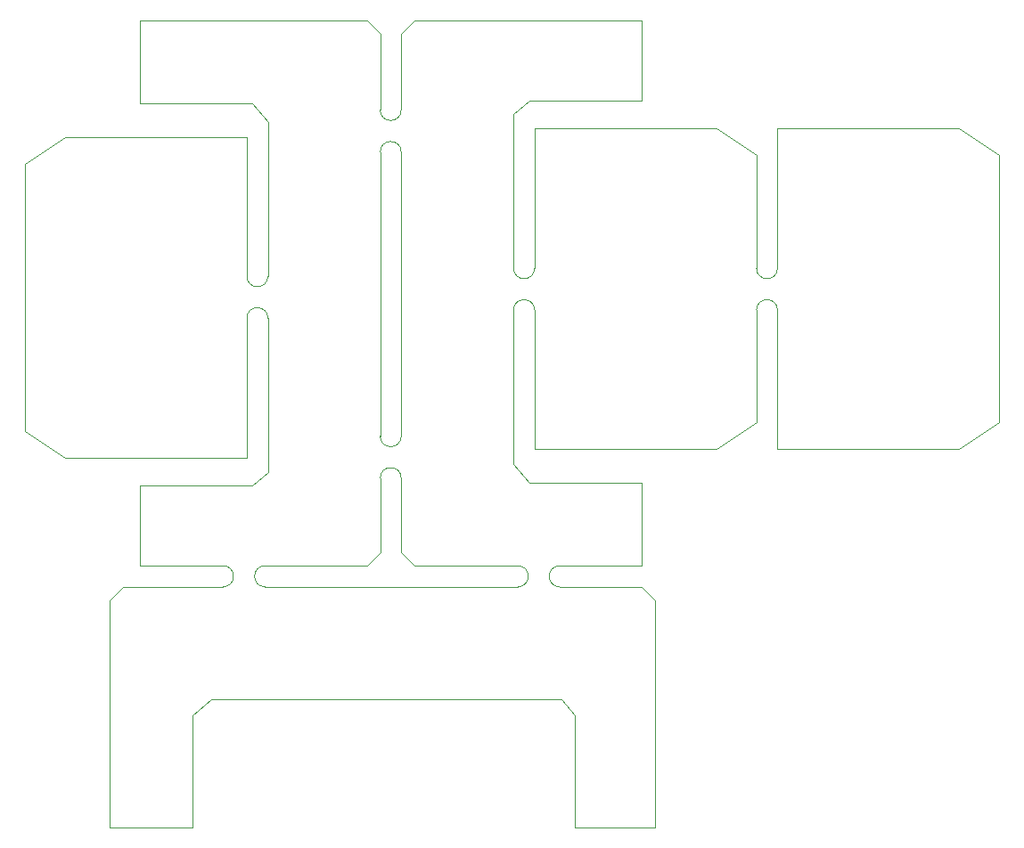
<source format=gbr>
%TF.GenerationSoftware,KiCad,Pcbnew,(6.0.0-0)*%
%TF.CreationDate,2022-12-06T00:22:27-05:00*%
%TF.ProjectId,Breakout-Eurorack-Power-Breadboard,42726561-6b6f-4757-942d-4575726f7261,rev?*%
%TF.SameCoordinates,Original*%
%TF.FileFunction,Profile,NP*%
%FSLAX46Y46*%
G04 Gerber Fmt 4.6, Leading zero omitted, Abs format (unit mm)*
G04 Created by KiCad (PCBNEW (6.0.0-0)) date 2022-12-06 00:22:27*
%MOMM*%
%LPD*%
G01*
G04 APERTURE LIST*
%TA.AperFunction,Profile*%
%ADD10C,0.100000*%
%TD*%
G04 APERTURE END LIST*
D10*
X163862000Y-86612000D02*
X163862000Y-97282000D01*
X117177000Y-110901000D02*
X126842000Y-110901000D01*
X145177000Y-110901000D02*
X152972000Y-110901000D01*
X145177000Y-112901000D02*
X145755000Y-112901000D01*
X117177000Y-112901000D02*
X141177000Y-112901000D01*
X183134000Y-99822000D02*
X186944000Y-97282000D01*
X103701000Y-112901000D02*
X113177000Y-112901000D01*
X183134000Y-69342000D02*
X186944000Y-71882000D01*
X145755000Y-112901000D02*
X152977000Y-112901000D01*
X146627000Y-135761000D02*
X146627000Y-125093000D01*
X102431000Y-114171000D02*
X103701000Y-112901000D01*
X146627000Y-125093000D02*
X145357000Y-123569000D01*
X165862000Y-99822000D02*
X183134000Y-99822000D01*
X110305000Y-135761000D02*
X110305000Y-125093000D01*
X165862000Y-99822000D02*
X165862000Y-86612000D01*
X186944000Y-97282000D02*
X186944000Y-71882000D01*
X126720000Y-123569000D02*
X112083000Y-123569000D01*
X165862000Y-82612000D02*
X165862000Y-69342000D01*
X154247000Y-135761000D02*
X154247000Y-114171000D01*
X154247000Y-114171000D02*
X152977000Y-112901000D01*
X110305000Y-125093000D02*
X112083000Y-123569000D01*
X154247000Y-135761000D02*
X146627000Y-135761000D01*
X126720000Y-123569000D02*
X145357000Y-123569000D01*
X183134000Y-69342000D02*
X165862000Y-69342000D01*
X102431000Y-135761000D02*
X102431000Y-114171000D01*
X102431000Y-135761000D02*
X110305000Y-135761000D01*
X130112000Y-67577000D02*
X130112000Y-60355000D01*
X128112000Y-67577000D02*
X128112000Y-60355000D01*
X130112000Y-71577000D02*
X130112000Y-98577000D01*
X128112000Y-98577000D02*
X128112000Y-71577000D01*
X130112000Y-109631000D02*
X130112000Y-102577000D01*
X128112000Y-109631000D02*
X128112000Y-102577000D01*
X152972000Y-66705000D02*
X142304000Y-66705000D01*
X131382000Y-110901000D02*
X130112000Y-109631000D01*
X142304000Y-66705000D02*
X140780000Y-67975000D01*
X142780000Y-99822000D02*
X160052000Y-99822000D01*
X152972000Y-103027000D02*
X142304000Y-103027000D01*
X142780000Y-99822000D02*
X142780000Y-86612000D01*
X163862000Y-82612000D02*
X163862000Y-71882000D01*
X140780000Y-86612000D02*
X140780000Y-101249000D01*
X142780000Y-82612000D02*
X142780000Y-69342000D01*
X160052000Y-99822000D02*
X163862000Y-97282000D01*
X140780000Y-82612000D02*
X140780000Y-67975000D01*
X131382000Y-59085000D02*
X130112000Y-60355000D01*
X152972000Y-59085000D02*
X131382000Y-59085000D01*
X152972000Y-59085000D02*
X152972000Y-66705000D01*
X152972000Y-110901000D02*
X152972000Y-103027000D01*
X141177000Y-110901000D02*
X131382000Y-110901000D01*
X142304000Y-103027000D02*
X140780000Y-101249000D01*
X160052000Y-69342000D02*
X163862000Y-71882000D01*
X160052000Y-69342000D02*
X142780000Y-69342000D01*
X115444000Y-70164000D02*
X115444000Y-83374000D01*
X115444000Y-87374000D02*
X115444000Y-100644000D01*
X117444000Y-83374000D02*
X117444000Y-68737000D01*
X117444000Y-87374000D02*
X117444000Y-102011000D01*
X98172000Y-70164000D02*
X94362000Y-72704000D01*
X98172000Y-100644000D02*
X94362000Y-98104000D01*
X98172000Y-100644000D02*
X115444000Y-100644000D01*
X94362000Y-72704000D02*
X94362000Y-98104000D01*
X115444000Y-70164000D02*
X98172000Y-70164000D01*
X105252000Y-59085000D02*
X105252000Y-66959000D01*
X105252000Y-110901000D02*
X105252000Y-103281000D01*
X115920000Y-66959000D02*
X117444000Y-68737000D01*
X105252000Y-59085000D02*
X126842000Y-59085000D01*
X105252000Y-110901000D02*
X113177000Y-110901000D01*
X126842000Y-59085000D02*
X128112000Y-60355000D01*
X105252000Y-103281000D02*
X115920000Y-103281000D01*
X126842000Y-110901000D02*
X128112000Y-109631000D01*
X115920000Y-103281000D02*
X117444000Y-102011000D01*
X105252000Y-66959000D02*
X115920000Y-66959000D01*
%TO.C,mouse-bite-2mm-slot*%
X163862000Y-82612000D02*
G75*
G03*
X165862000Y-82612000I1000000J0D01*
G01*
X165862000Y-86612000D02*
G75*
G03*
X163862000Y-86612000I-1000000J0D01*
G01*
X117177000Y-110901000D02*
G75*
G03*
X117177000Y-112901000I0J-1000000D01*
G01*
X113177000Y-112901000D02*
G75*
G03*
X113177000Y-110901000I0J1000000D01*
G01*
X145177000Y-110901000D02*
G75*
G03*
X145177000Y-112901000I0J-1000000D01*
G01*
X141177000Y-112901000D02*
G75*
G03*
X141177000Y-110901000I0J1000000D01*
G01*
X130112000Y-71577000D02*
G75*
G03*
X128112000Y-71577000I-1000000J0D01*
G01*
X128112000Y-67577000D02*
G75*
G03*
X130112000Y-67577000I1000000J0D01*
G01*
X130112000Y-102577000D02*
G75*
G03*
X128112000Y-102577000I-1000000J0D01*
G01*
X128112000Y-98577000D02*
G75*
G03*
X130112000Y-98577000I1000000J0D01*
G01*
X140780000Y-82612000D02*
G75*
G03*
X142780000Y-82612000I1000000J0D01*
G01*
X142780000Y-86612000D02*
G75*
G03*
X140780000Y-86612000I-1000000J0D01*
G01*
X117444000Y-87374000D02*
G75*
G03*
X115444000Y-87374000I-1000000J0D01*
G01*
X115444000Y-83374000D02*
G75*
G03*
X117444000Y-83374000I1000000J0D01*
G01*
%TD*%
M02*

</source>
